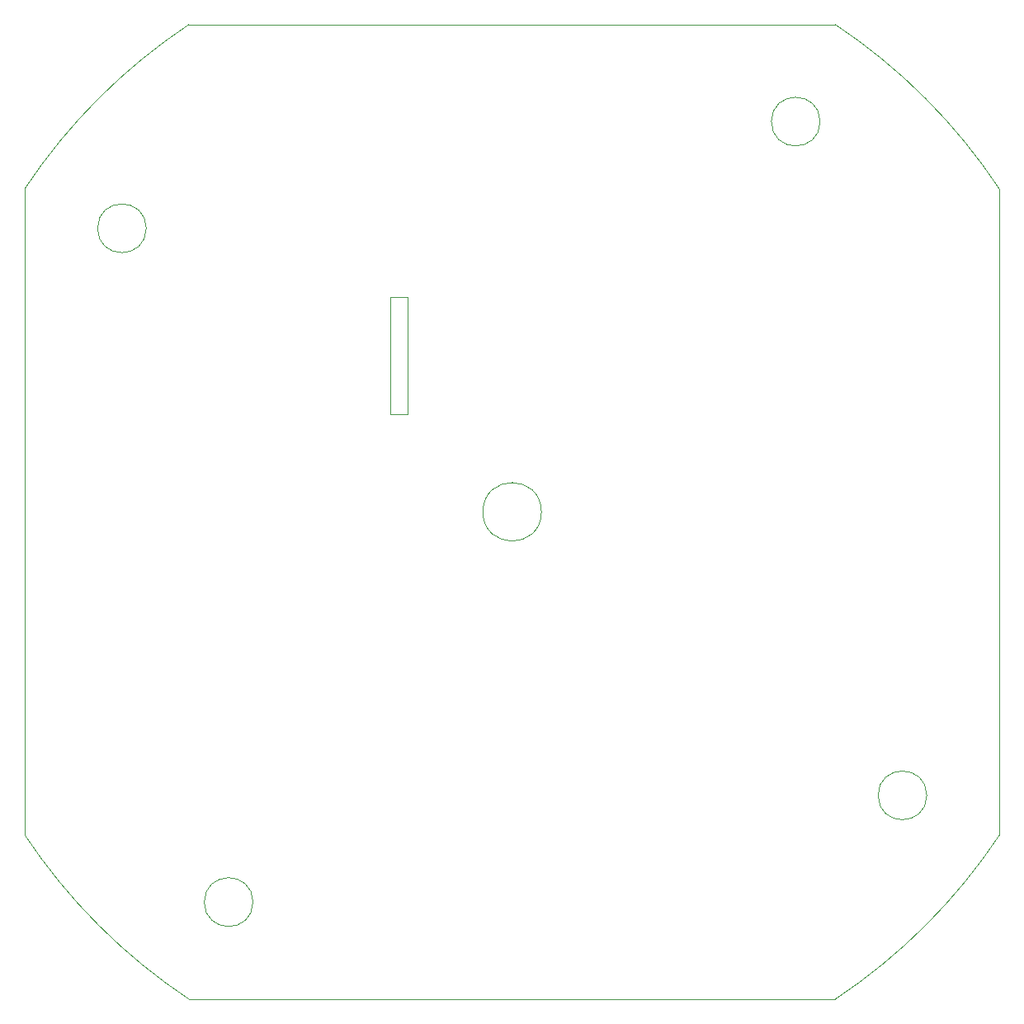
<source format=gbr>
%TF.GenerationSoftware,KiCad,Pcbnew,(6.0.5)*%
%TF.CreationDate,2024-11-08T16:15:15+00:00*%
%TF.ProjectId,Main Board,4d61696e-2042-46f6-9172-642e6b696361,rev?*%
%TF.SameCoordinates,Original*%
%TF.FileFunction,Profile,NP*%
%FSLAX46Y46*%
G04 Gerber Fmt 4.6, Leading zero omitted, Abs format (unit mm)*
G04 Created by KiCad (PCBNEW (6.0.5)) date 2024-11-08 16:15:15*
%MOMM*%
%LPD*%
G01*
G04 APERTURE LIST*
%TA.AperFunction,Profile*%
%ADD10C,0.100000*%
%TD*%
G04 APERTURE END LIST*
D10*
X142544300Y-129093900D02*
G75*
G03*
X142544300Y-129093900I-2500000J0D01*
G01*
X133166200Y-150000000D02*
G75*
G03*
X150000000Y-133166200I-33139100J49972900D01*
G01*
X66833752Y-50000000D02*
X133166200Y-50000000D01*
X150000007Y-66883745D02*
G75*
G03*
X133166200Y-50000000I-50096207J-33114155D01*
G01*
X103000000Y-100000000D02*
G75*
G03*
X103000000Y-100000000I-3000000J0D01*
G01*
X49999998Y-133166201D02*
G75*
G03*
X66833750Y-150000000I49972842J33138951D01*
G01*
X131593900Y-59955700D02*
G75*
G03*
X131593900Y-59955700I-2500000J0D01*
G01*
X50000000Y-133166200D02*
X50000000Y-66833752D01*
X150000000Y-66883750D02*
X150000000Y-133166200D01*
X73406110Y-140044300D02*
G75*
G03*
X73406110Y-140044300I-2500000J0D01*
G01*
X62455700Y-70906110D02*
G75*
G03*
X62455700Y-70906110I-2500000J0D01*
G01*
X89250000Y-89962500D02*
X87500000Y-89962500D01*
X87500000Y-77937500D01*
X89250000Y-77937500D01*
X89250000Y-89962500D01*
X66833752Y-50000000D02*
G75*
G03*
X50000000Y-66833752I33138988J-49972740D01*
G01*
X133166200Y-150000000D02*
X66833750Y-150000000D01*
M02*

</source>
